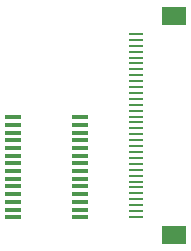
<source format=gtp>
G75*
%MOIN*%
%OFA0B0*%
%FSLAX25Y25*%
%IPPOS*%
%LPD*%
%AMOC8*
5,1,8,0,0,1.08239X$1,22.5*
%
%ADD10R,0.04921X0.00984*%
%ADD11R,0.08071X0.06496*%
%ADD12R,0.05800X0.01400*%
D10*
X0380012Y0080256D03*
X0380012Y0082224D03*
X0380012Y0084193D03*
X0380012Y0086161D03*
X0380012Y0088130D03*
X0380012Y0090098D03*
X0380012Y0092067D03*
X0380012Y0094035D03*
X0380012Y0096004D03*
X0380012Y0097972D03*
X0380012Y0099941D03*
X0380012Y0101909D03*
X0380012Y0103878D03*
X0380012Y0105846D03*
X0380012Y0107815D03*
X0380012Y0109783D03*
X0380012Y0111752D03*
X0380012Y0113720D03*
X0380012Y0115689D03*
X0380012Y0117657D03*
X0380012Y0119626D03*
X0380012Y0121594D03*
X0380012Y0123563D03*
X0380012Y0125531D03*
X0380012Y0127500D03*
X0380012Y0129469D03*
X0380012Y0131437D03*
X0380012Y0133406D03*
X0380012Y0135374D03*
X0380012Y0137343D03*
X0380012Y0139311D03*
X0380012Y0141280D03*
D11*
X0392807Y0147382D03*
X0392807Y0074154D03*
D12*
X0339140Y0080215D03*
X0339140Y0082715D03*
X0339140Y0085315D03*
X0339140Y0087815D03*
X0339140Y0090415D03*
X0339140Y0093015D03*
X0339140Y0095515D03*
X0339140Y0098115D03*
X0339140Y0100615D03*
X0339140Y0103215D03*
X0339140Y0105815D03*
X0339140Y0108315D03*
X0339140Y0110915D03*
X0339140Y0113415D03*
X0361340Y0113415D03*
X0361340Y0110915D03*
X0361340Y0108315D03*
X0361340Y0105815D03*
X0361340Y0103215D03*
X0361340Y0100615D03*
X0361340Y0098115D03*
X0361340Y0095515D03*
X0361340Y0093015D03*
X0361340Y0090415D03*
X0361340Y0087815D03*
X0361340Y0085315D03*
X0361340Y0082715D03*
X0361340Y0080215D03*
M02*

</source>
